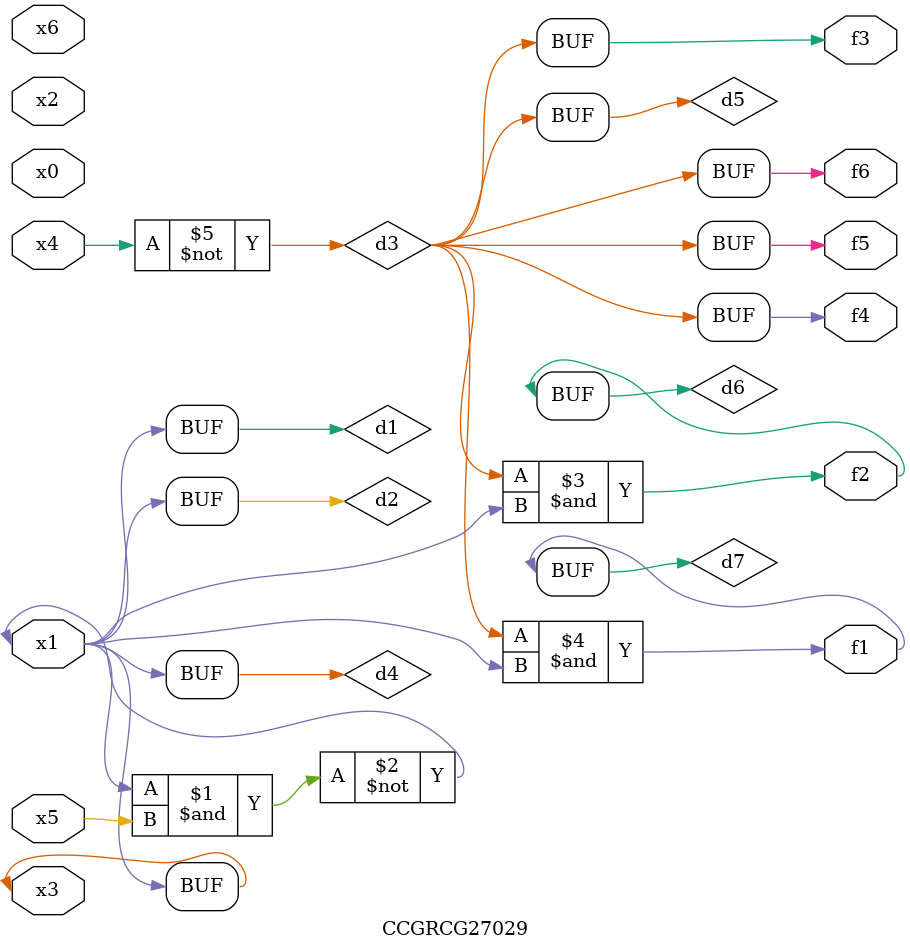
<source format=v>
module CCGRCG27029(
	input x0, x1, x2, x3, x4, x5, x6,
	output f1, f2, f3, f4, f5, f6
);

	wire d1, d2, d3, d4, d5, d6, d7;

	buf (d1, x1, x3);
	nand (d2, x1, x5);
	not (d3, x4);
	buf (d4, d1, d2);
	buf (d5, d3);
	and (d6, d3, d4);
	and (d7, d3, d4);
	assign f1 = d7;
	assign f2 = d6;
	assign f3 = d5;
	assign f4 = d5;
	assign f5 = d5;
	assign f6 = d5;
endmodule

</source>
